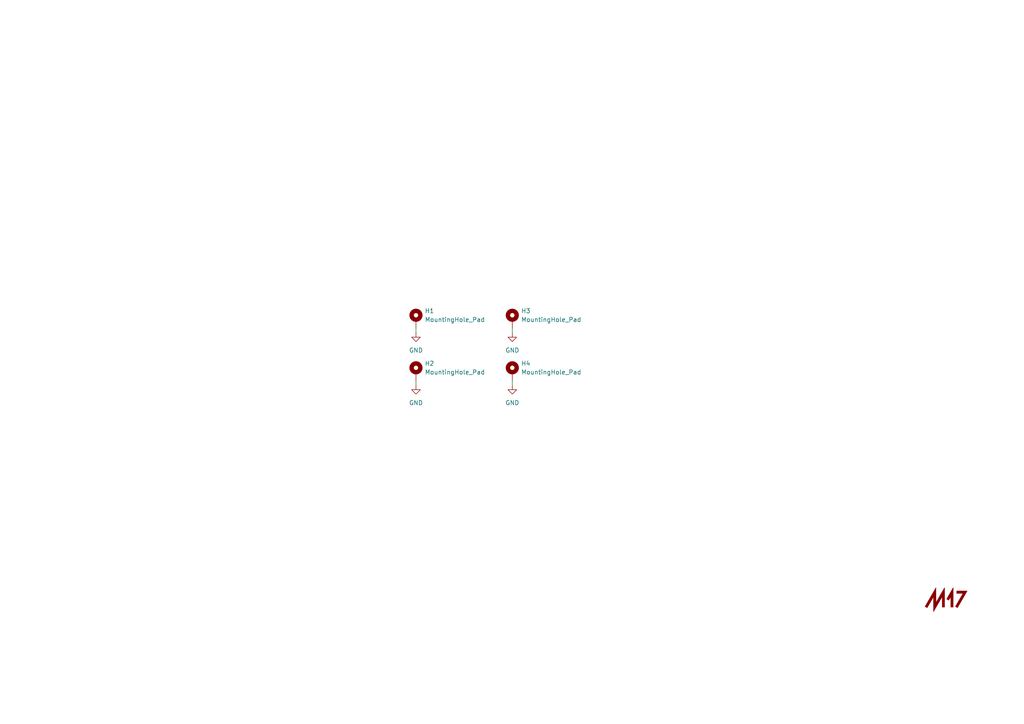
<source format=kicad_sch>
(kicad_sch (version 20231120) (generator "eeschema") (generator_version "8.0")
  (paper "A4")
  (title_block (title "Module17 HMI Back Panel") (date "2024-01-11") (rev "Rev 0.99") (comment 1 "Morgan ON4MOD"))
  (lib_symbols
    (symbol "M17_logos:M17_logo" (in_bom no)
      (symbol "M17_logo_0_0"
        (polyline (pts (xy 2.148 0.4569) (xy 2.148 0.6225) (xy 2.1481 0.8729) (xy 2.1482 1.1182) (xy 2.1485 1.3571) (xy 2.1488 1.5883) (xy 2.1491 1.8106) (xy 2.1495 2.0226) (xy 2.15 2.223) (xy 2.1505 2.4106) (xy 2.1511 2.5841) (xy 2.1517 2.7421) (xy 2.1523 2.8834) (xy 2.153 3.0067) (xy 2.1537 3.1107) (xy 2.1545 3.1941) (xy 2.1552 3.2557) (xy 2.156 3.294) (xy 2.1565 3.309) (xy 2.1583 3.3924) (xy 2.1589 3.4618) (xy 2.1582 3.5146) (xy 2.1562 3.5482) (xy 2.1529 3.56) (xy 2.1524 3.5598) (xy 2.1422 3.5469) (xy 2.1218 3.5159) (xy 2.0928 3.4693) (xy 2.057 3.4099) (xy 2.016 3.3403) (xy 1.9713 3.2634) (xy 1.9496 3.2256) (xy 1.9124 3.1611) (xy 1.8648 3.0783) (xy 1.8077 2.9791) (xy 1.7419 2.8649) (xy 1.6685 2.7375) (xy 1.5884 2.5984) (xy 1.5026 2.4494) (xy 1.412 2.2921) (xy 1.3175 2.1281) (xy 1.2201 1.9591) (xy 1.1208 1.7868) (xy 1.0205 1.6127) (xy 1.008 1.591) (xy 0.9118 1.4239) (xy 0.8191 1.2629) (xy 0.7307 1.1091) (xy 0.6473 0.9638) (xy 0.5696 0.8283) (xy 0.4983 0.7039) (xy 0.4342 0.5918) (xy 0.3779 0.4933) (xy 0.3303 0.4096) (xy 0.2919 0.3421) (xy 0.2637 0.292) (xy 0.2462 0.2605) (xy 0.2402 0.2489) (xy 0.2463 0.2437) (xy 0.2707 0.2277) (xy 0.3105 0.203) (xy 0.3626 0.1715) (xy 0.4237 0.135) (xy 0.4905 0.0955) (xy 0.5598 0.0548) (xy 0.6284 0.015) (xy 0.693 -0.0222) (xy 0.7504 -0.0548) (xy 0.7974 -0.081) (xy 0.8306 -0.0988) (xy 0.8468 -0.1063) (xy 0.8537 -0.0993) (xy 0.8718 -0.0732) (xy 0.8997 -0.0296) (xy 0.9361 0.0292) (xy 0.9796 0.1012) (xy 1.029 0.1844) (xy 1.0831 0.2766) (xy 1.1406 0.3758) (xy 1.4203 0.8615) (xy 1.4234 -0.6264) (xy 1.4265 -2.1143) (xy 1.7872 -2.1143) (xy 2.1479 -2.1143) (xy 2.148 0.4569)) (stroke (width 0.01)) (fill (type outline)))
        (polyline (pts (xy 3.399 -2.2808) (xy 3.4099 -2.2631) (xy 3.4323 -2.2255) (xy 3.4655 -2.169) (xy 3.5092 -2.0944) (xy 3.5626 -2.0028) (xy 3.6253 -1.8951) (xy 3.6968 -1.7722) (xy 3.7764 -1.6351) (xy 3.8636 -1.4848) (xy 3.9578 -1.3221) (xy 4.0586 -1.1481) (xy 4.1653 -0.9638) (xy 4.2774 -0.7699) (xy 4.3944 -0.5676) (xy 4.5157 -0.3577) (xy 4.6407 -0.1413) (xy 4.7689 0.0808) (xy 4.8066 0.1461) (xy 4.9344 0.3677) (xy 5.0592 0.5839) (xy 5.1803 0.7937) (xy 5.2971 0.996) (xy 5.4091 1.19) (xy 5.5157 1.3747) (xy 5.6163 1.5489) (xy 5.7104 1.7119) (xy 5.7974 1.8625) (xy 5.8767 1.9998) (xy 5.9478 2.1229) (xy 6.0101 2.2306) (xy 6.063 2.3221) (xy 6.106 2.3964) (xy 6.1384 2.4524) (xy 6.1598 2.4892) (xy 6.1695 2.5058) (xy 6.1869 2.5364) (xy 6.2022 2.5662) (xy 6.208 2.5822) (xy 6.2004 2.5837) (xy 6.1693 2.5854) (xy 6.1149 2.5869) (xy 6.0377 2.5883) (xy 5.9383 2.5896) (xy 5.8174 2.5907) (xy 5.6755 2.5917) (xy 5.5133 2.5925) (xy 5.3314 2.5931) (xy 5.1303 2.5935) (xy 4.9108 2.5938) (xy 4.6733 2.5939) (xy 3.1385 2.5939) (xy 3.1385 2.2271) (xy 3.1385 1.8603) (xy 4.0481 1.8572) (xy 4.9576 1.854) (xy 4.7593 1.5116) (xy 4.7434 1.4841) (xy 4.7067 1.4207) (xy 4.6592 1.3385) (xy 4.6019 1.2392) (xy 4.5355 1.1243) (xy 4.461 0.9953) (xy 4.3794 0.8539) (xy 4.2915 0.7016) (xy 4.1982 0.54) (xy 4.1004 0.3706) (xy 3.9991 0.195) (xy 3.8951 0.0148) (xy 3.7893 -0.1685) (xy 3.6827 -0.3533) (xy 3.5897 -0.5145) (xy 3.4897 -0.6878) (xy 3.3935 -0.8545) (xy 3.3018 -1.0133) (xy 3.2153 -1.163) (xy 3.1348 -1.3024) (xy 3.0608 -1.4303) (xy 2.9942 -1.5455) (xy 2.9357 -1.6468) (xy 2.8858 -1.7329) (xy 2.8454 -1.8027) (xy 2.815 -1.855) (xy 2.7955 -1.8884) (xy 2.7875 -1.9019) (xy 2.7873 -1.9023) (xy 2.7834 -1.9102) (xy 2.7835 -1.9183) (xy 2.79 -1.9281) (xy 2.8048 -1.9411) (xy 2.8302 -1.9588) (xy 2.8683 -1.9827) (xy 2.9212 -2.0142) (xy 2.991 -2.055) (xy 3.08 -2.1063) (xy 3.1014 -2.1187) (xy 3.1788 -2.1629) (xy 3.2486 -2.2024) (xy 3.3082 -2.2355) (xy 3.3547 -2.2608) (xy 3.3856 -2.2769) (xy 3.398 -2.2821) (xy 3.399 -2.2808)) (stroke (width 0.01)) (fill (type outline)))
        (polyline (pts (xy -3.556 -3.429) (xy -3.5553 -3.428) (xy -3.5432 -3.409) (xy -3.5209 -3.3721) (xy -3.4901 -3.3203) (xy -3.4527 -3.2565) (xy -3.4103 -3.1837) (xy -3.3648 -3.1049) (xy -3.178 -2.7808) (xy -2.9614 -2.405) (xy -2.7569 -2.0503) (xy -2.5644 -1.7165) (xy -2.3839 -1.4035) (xy -2.2154 -1.1113) (xy -2.0587 -0.8398) (xy -1.9139 -0.5889) (xy -1.7808 -0.3584) (xy -1.6595 -0.1484) (xy -1.5499 0.0414) (xy -1.4518 0.2109) (xy -1.3654 0.3604) (xy -1.2904 0.4898) (xy -1.2269 0.5992) (xy -1.1749 0.6888) (xy -1.1341 0.7587) (xy -1.1047 0.8089) (xy -1.0866 0.8395) (xy -1.0796 0.8506) (xy -1.078 0.8409) (xy -1.0764 0.8077) (xy -1.075 0.7518) (xy -1.0736 0.674) (xy -1.0725 0.5754) (xy -1.0714 0.4567) (xy -1.0705 0.3189) (xy -1.0697 0.1628) (xy -1.0691 -0.0106) (xy -1.0687 -0.2005) (xy -1.0684 -0.4059) (xy -1.0683 -0.626) (xy -1.0683 -2.1143) (xy -0.7076 -2.1143) (xy -0.3468 -2.1143) (xy -0.3469 0.732) (xy -0.3469 1.0046) (xy -0.3469 1.2951) (xy -0.3469 1.5629) (xy -0.347 1.8088) (xy -0.3471 2.0338) (xy -0.3472 2.2388) (xy -0.3474 2.4247) (xy -0.3476 2.5924) (xy -0.3479 2.7428) (xy -0.3483 2.8769) (xy -0.3487 2.9955) (xy -0.3493 3.0996) (xy -0.3499 3.19) (xy -0.3506 3.2677) (xy -0.3514 3.3336) (xy -0.3524 3.3887) (xy -0.3535 3.4337) (xy -0.3547 3.4697) (xy -0.356 3.4976) (xy -0.3575 3.5182) (xy -0.3591 3.5324) (xy -0.3609 3.5413) (xy -0.3629 3.5456) (xy -0.365 3.5464) (xy -0.3673 3.5445) (xy -0.3698 3.5408) (xy -0.3725 3.5363) (xy -0.3774 3.5281) (xy -0.3842 3.5166) (xy -0.3934 3.5009) (xy -0.4054 3.4802) (xy -0.4207 3.4538) (xy -0.4398 3.4208) (xy -0.4631 3.3807) (xy -0.491 3.3324) (xy -0.5239 3.2754) (xy -0.5624 3.2088) (xy -0.6069 3.1318) (xy -0.6577 3.0436) (xy -0.7155 2.9436) (xy -0.7805 2.8308) (xy -0.8533 2.7046) (xy -0.9343 2.5642) (xy -1.0239 2.4088) (xy -1.1227 2.2376) (xy -1.2309 2.0499) (xy -1.3492 1.8448) (xy -1.4779 1.6216) (xy -1.6175 1.3796) (xy -1.7683 1.1179) (xy -1.931 0.8358) (xy -2.8354 -0.7328) (xy -2.8416 1.4228) (xy -2.8477 3.5784) (xy -2.9013 3.4866) (xy -2.9051 3.4801) (xy -2.9367 3.4263) (xy -2.9687 3.3718) (xy -2.9947 3.3277) (xy -2.9984 3.3213) (xy -3.0143 3.2939) (xy -3.0415 3.247) (xy -3.0792 3.1817) (xy -3.1268 3.0993) (xy -3.1836 3.0009) (xy -3.2491 2.8876) (xy -3.3225 2.7604) (xy -3.4032 2.6207) (xy -3.4905 2.4694) (xy -3.5838 2.3077) (xy -3.6825 2.1369) (xy -3.7858 1.9578) (xy -3.8931 1.7719) (xy -4.0038 1.58) (xy -4.1172 1.3835) (xy -4.2327 1.1834) (xy -4.3495 0.9809) (xy -4.4671 0.777) (xy -4.5849 0.573) (xy -4.702 0.3699) (xy -4.8179 0.1689) (xy -4.932 -0.0288) (xy -5.0436 -0.2222) (xy -5.152 -0.4101) (xy -5.2565 -0.5914) (xy -5.3566 -0.7649) (xy -5.4515 -0.9296) (xy -5.5406 -1.0842) (xy -5.6233 -1.2276) (xy -5.6989 -1.3588) (xy -5.7257 -1.4052) (xy -5.7857 -1.5097) (xy -5.8413 -1.6069) (xy -5.8915 -1.695) (xy -5.9351 -1.7719) (xy -5.9709 -1.8355) (xy -5.9979 -1.884) (xy -6.0149 -1.9153) (xy -6.0208 -1.9274) (xy -6.0106 -1.9355) (xy -5.9823 -1.9537) (xy -5.9392 -1.9802) (xy -5.8844 -2.013) (xy -5.8213 -2.0502) (xy -5.7529 -2.0901) (xy -5.6827 -2.1307) (xy -5.6138 -2.1702) (xy -5.5494 -2.2067) (xy -5.4928 -2.2383) (xy -5.4473 -2.2632) (xy -5.416 -2.2795) (xy -5.4022 -2.2852) (xy -5.4019 -2.285) (xy -5.393 -2.2717) (xy -5.3727 -2.2385) (xy -5.3416 -2.1866) (xy -5.3005 -2.1171) (xy -5.2501 -2.0313) (xy -5.1909 -1.9302) (xy -5.1237 -1.8152) (xy -5.0492 -1.6872) (xy -4.9681 -1.5475) (xy -4.881 -1.3973) (xy -4.7886 -1.2377) (xy -4.6915 -1.07) (xy -4.5906 -0.8951) (xy -4.4864 -0.7144) (xy -3.5814 0.8561) (xy -3.578 -1.2987) (xy -3.5778 -1.4214) (xy -3.5773 -1.6817) (xy -3.5769 -1.9191) (xy -3.5764 -2.1346) (xy -3.5759 -2.3291) (xy -3.5754 -2.5036) (xy -3.5748 -2.6593) (xy -3.5742 -2.7972) (xy -3.5735 -2.9181) (xy -3.5727 -3.0233) (xy -3.5718 -3.1137) (xy -3.5709 -3.1903) (xy -3.5698 -3.2542) (xy -3.5686 -3.3063) (xy -3.5673 -3.3477) (xy -3.5658 -3.3795) (xy -3.5642 -3.4026) (xy -3.5624 -3.4181) (xy -3.5604 -3.4269) (xy -3.5583 -3.4302) (xy -3.556 -3.429)) (stroke (width 0.01)) (fill (type outline)))
      )
    )
    (symbol "Mechanical:MountingHole_Pad" (pin_numbers hide) (pin_names (offset 1.016) hide)
      (property "Reference" "H" (at 0 6.35 0))
      (property "Value" "MountingHole_Pad" (at 0 4.445 0))
      (symbol "MountingHole_Pad_0_1"
        (circle (center 0 1.27) (radius 1.27) (stroke (width 1.27)))
      )
      (symbol "MountingHole_Pad_1_1"
        (pin input line (at 0 -2.54 90) (length 2.54) (name "1") (number "1"))
      )
    )
    (symbol "power:GND" (power) (pin_names (offset 0))
      (property "Value" "GND" (at 0 -3.81 0))
      (symbol "GND_0_1"
        (polyline (pts (xy 0 0) (xy 0 -1.27) (xy 1.27 -1.27) (xy 0 -2.54) (xy -1.27 -1.27) (xy 0 -1.27)))
      )
      (symbol "GND_1_1"
        (pin power_in line (at 0 0 270) (length 0) hide (name "GND") (number "1"))
      )
    )
  )
  (wire (pts (xy 120.65 95.25) (xy 120.65 96.52)))
  (wire (pts (xy 148.59 110.49) (xy 148.59 111.76)))
  (wire (pts (xy 148.59 95.25) (xy 148.59 96.52)))
  (wire (pts (xy 120.65 110.49) (xy 120.65 111.76)))
  (symbol (lib_id "power:GND") (at 148.59 96.52 0) (unit 1)
    (property "Reference" "#PWR03" (effects (hide yes)))
    (property "Value" "GND" (at 148.59 101.6 0))
  )
  (symbol (lib_id "Mechanical:MountingHole_Pad") (at 120.65 107.95 0) (unit 1)
    (property "Reference" "H2" (at 123.19 105.41 0) (effects (justify left)))
    (property "Value" "MountingHole_Pad" (at 123.19 107.95 0) (effects (justify left)))
    (property "Footprint" "M17_mounting_hole:MountingHole_3.7mm_Pad_Via_Small_Pad" (effects (hide yes)))
  )
  (symbol (lib_id "power:GND") (at 120.65 111.76 0) (unit 1)
    (property "Reference" "#PWR02" (effects (hide yes)))
    (property "Value" "GND" (at 120.65 116.84 0))
  )
  (symbol (lib_id "Mechanical:MountingHole_Pad") (at 148.59 107.95 0) (unit 1)
    (property "Reference" "H4" (at 151.13 105.41 0) (effects (justify left)))
    (property "Value" "MountingHole_Pad" (at 151.13 107.95 0) (effects (justify left)))
    (property "Footprint" "M17_mounting_hole:MountingHole_3.7mm_Pad_Via_Small_Pad" (effects (hide yes)))
  )
  (symbol (lib_id "power:GND") (at 148.59 111.76 0) (unit 1)
    (property "Reference" "#PWR04" (effects (hide yes)))
    (property "Value" "GND" (at 148.59 116.84 0))
  )
  (symbol (lib_id "Mechanical:MountingHole_Pad") (at 148.59 92.71 0) (unit 1)
    (property "Reference" "H3" (at 151.13 90.17 0) (effects (justify left)))
    (property "Value" "MountingHole_Pad" (at 151.13 92.71 0) (effects (justify left)))
    (property "Footprint" "M17_mounting_hole:MountingHole_3.7mm_Pad_Via_Small_Pad" (effects (hide yes)))
  )
  (symbol (lib_id "power:GND") (at 120.65 96.52 0) (unit 1)
    (property "Reference" "#PWR01" (effects (hide yes)))
    (property "Value" "GND" (at 120.65 101.6 0))
  )
  (symbol (lib_id "Mechanical:MountingHole_Pad") (at 120.65 92.71 0) (unit 1)
    (property "Reference" "H1" (at 123.19 90.17 0) (effects (justify left)))
    (property "Value" "MountingHole_Pad" (at 123.19 92.71 0) (effects (justify left)))
    (property "Footprint" "M17_mounting_hole:MountingHole_3.7mm_Pad_Via_Small_Pad" (effects (hide yes)))
  )
  (symbol (lib_id "M17_logos:M17_logo") (at 274.32 173.99 0) (unit 1) (in_bom no)
    (property "Reference" "LOGO1" (effects (hide yes)))
    (property "Value" "M17_logo" (effects (hide yes)))
    (property "Footprint" "M17_logos:M17_logo_16x9.2mm" (effects (hide yes)))
  )
)
</source>
